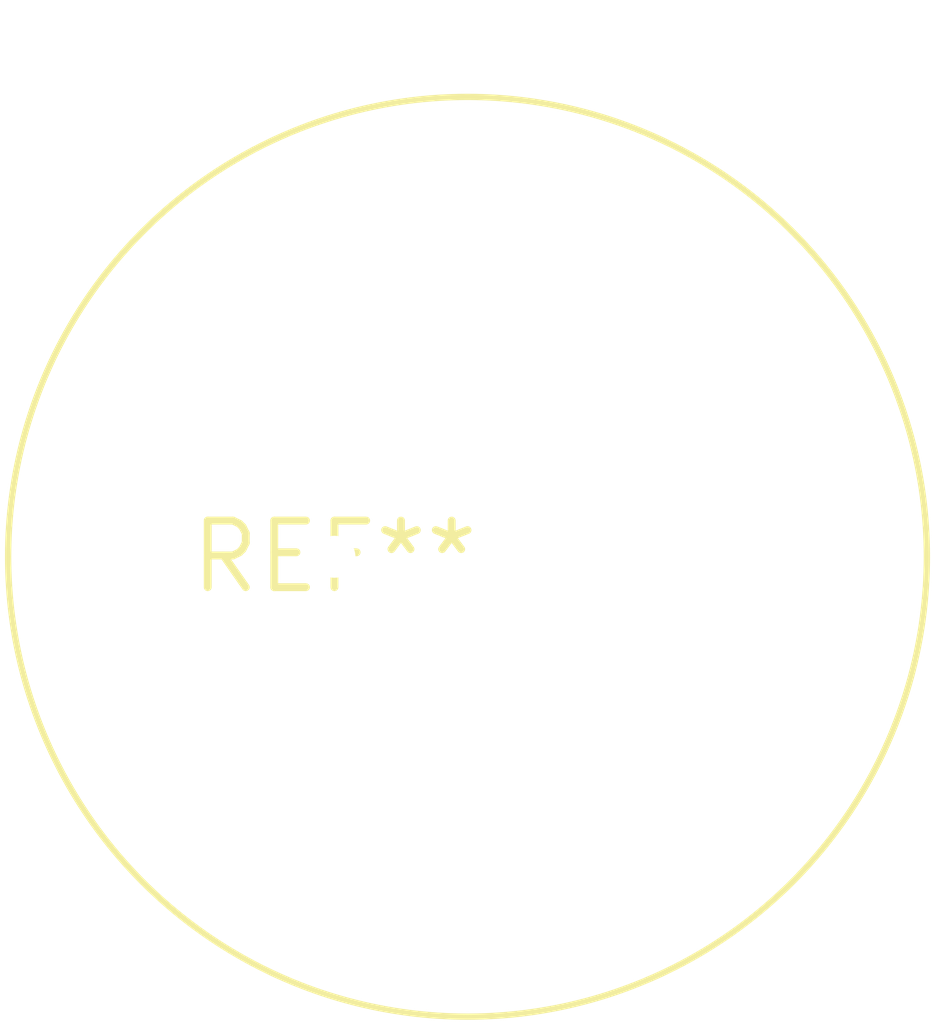
<source format=kicad_pcb>
(kicad_pcb (version 20240108) (generator pcbnew)
  (layers (0 "F.Cu" signal) (31 "B.Cu" signal) (34 "B.Paste" user) (35 "F.Paste" user) (36 "B.SilkS" user "B.Silkscreen") (37 "F.SilkS" user "F.Silkscreen") (38 "B.Mask" user) (39 "F.Mask" user) (44 "Edge.Cuts" user))
  (net 0 "")
  (footprint "TO-38-3" (layer "F.Cu") (at 0 0)
    (property "Reference" "REF**")
    (property "Value" "TO-38-3")
    (fp_circle (center 2.54 0) (end 11.31 0) (layer "F.SilkS") (stroke (width 0.12)) (fill none))
    (pad "1" thru_hole oval (at 0 0) (size 1.7 1.3) (drill 0.8) (layers *.Cu *.Mask) (remove_unused_layers))
    (pad "2" thru_hole oval (at 2.54 2.54) (size 1.3 1.3) (drill 0.8) (layers *.Cu *.Mask) (remove_unused_layers))
    (pad "3" thru_hole oval (at 5.08 0) (size 1.3 1.3) (drill 0.8) (layers *.Cu *.Mask) (remove_unused_layers))
  )
)
</source>
